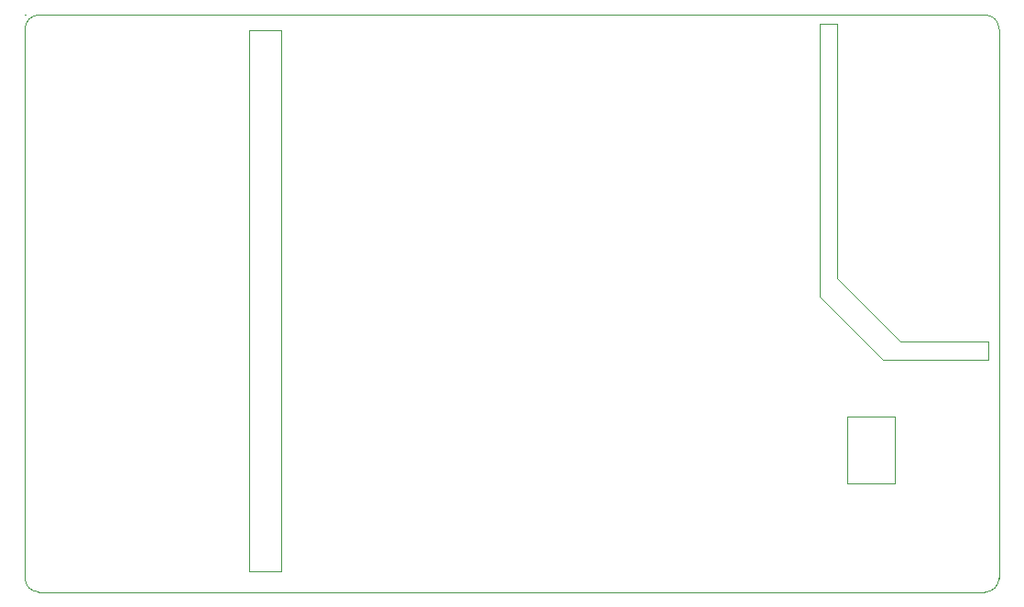
<source format=gbr>
G04 #@! TF.FileFunction,Profile,NP*
%FSLAX46Y46*%
G04 Gerber Fmt 4.6, Leading zero omitted, Abs format (unit mm)*
G04 Created by KiCad (PCBNEW (after 2015-mar-04 BZR unknown)-product) date 4/3/2016 5:34:25 PM*
%MOMM*%
G01*
G04 APERTURE LIST*
%ADD10C,0.100000*%
G04 APERTURE END LIST*
D10*
X103223060Y-28874720D02*
X103238300Y-28874720D01*
X103223060Y-79616300D02*
X103223060Y-28874720D01*
X104495600Y-80896460D02*
X104493060Y-80899000D01*
X191973200Y-80896460D02*
X104495600Y-80896460D01*
X193258440Y-79629000D02*
X193286380Y-79629000D01*
X193258440Y-28823920D02*
X193258440Y-79629000D01*
X191993520Y-27520900D02*
X191993520Y-27543760D01*
X104541320Y-27520900D02*
X191993520Y-27520900D01*
X103225600Y-79623920D02*
G75*
G03X104495600Y-80893920I1270000J0D01*
G01*
X191983360Y-80899000D02*
G75*
G03X193268600Y-79613760I0J1285240D01*
G01*
X193268600Y-28808680D02*
G75*
G03X191983360Y-27533600I-1280160J-5080D01*
G01*
X104521000Y-27523440D02*
G75*
G03X103225600Y-28869640I25400J-1320800D01*
G01*
X179222400Y-64643000D02*
X179222400Y-70866000D01*
X183616600Y-64643000D02*
X179222400Y-64643000D01*
X183616600Y-70866000D02*
X183616600Y-64643000D01*
X179247800Y-70866000D02*
X183616600Y-70866000D01*
X123946920Y-78958440D02*
X123962160Y-78958440D01*
X123946920Y-28976320D02*
X123946920Y-78958440D01*
X126936500Y-28976320D02*
X123946920Y-28976320D01*
X126936500Y-78958440D02*
X126936500Y-28976320D01*
X123941840Y-78958440D02*
X126936500Y-78958440D01*
X192234820Y-59367420D02*
X192237360Y-59367420D01*
X192234820Y-59436000D02*
X192234820Y-59367420D01*
X182537100Y-59436000D02*
X192234820Y-59436000D01*
X176662080Y-53560980D02*
X182537100Y-59436000D01*
X176662080Y-28326080D02*
X176662080Y-53560980D01*
X178277520Y-28326080D02*
X176662080Y-28326080D01*
X178277520Y-51927760D02*
X178277520Y-28326080D01*
X184124600Y-57774840D02*
X178277520Y-51927760D01*
X192239900Y-57774840D02*
X184124600Y-57774840D01*
X192239900Y-59334400D02*
X192239900Y-57774840D01*
X103251000Y-27533600D02*
X103225600Y-27533600D01*
M02*

</source>
